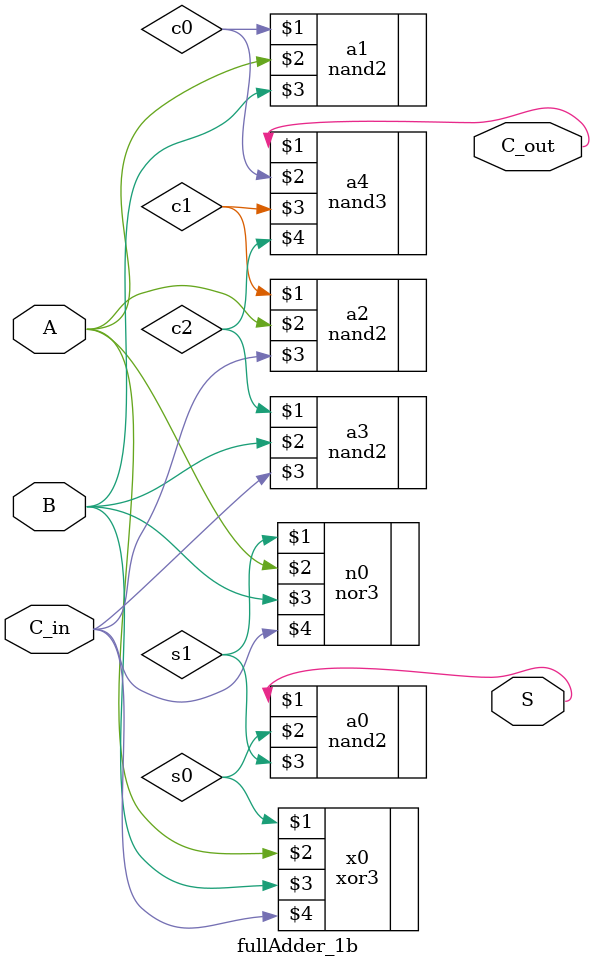
<source format=v>
/*
    CS/ECE 552 Spring '19
    Homework #3, Problem 2
    
    a 1-bit full adder
*/
module fullAdder_1b(A, B, C_in, S, C_out);
    input  A, B;
    input  C_in;
    output S;
    output C_out;

    wire s0, s1, c0, c1, c2;
   
    xor3
    	x0(s0, A, B, C_in);
    nor3
    	n0(s1, A, B, C_in);
    nand2
    	a0(S, s0, s1),
	a1(c0, A,B),
	a2(c1,A,C_in),
	a3(c2,B,C_in);
    nand3
    	a4(C_out, c0, c1, c2);

endmodule

</source>
